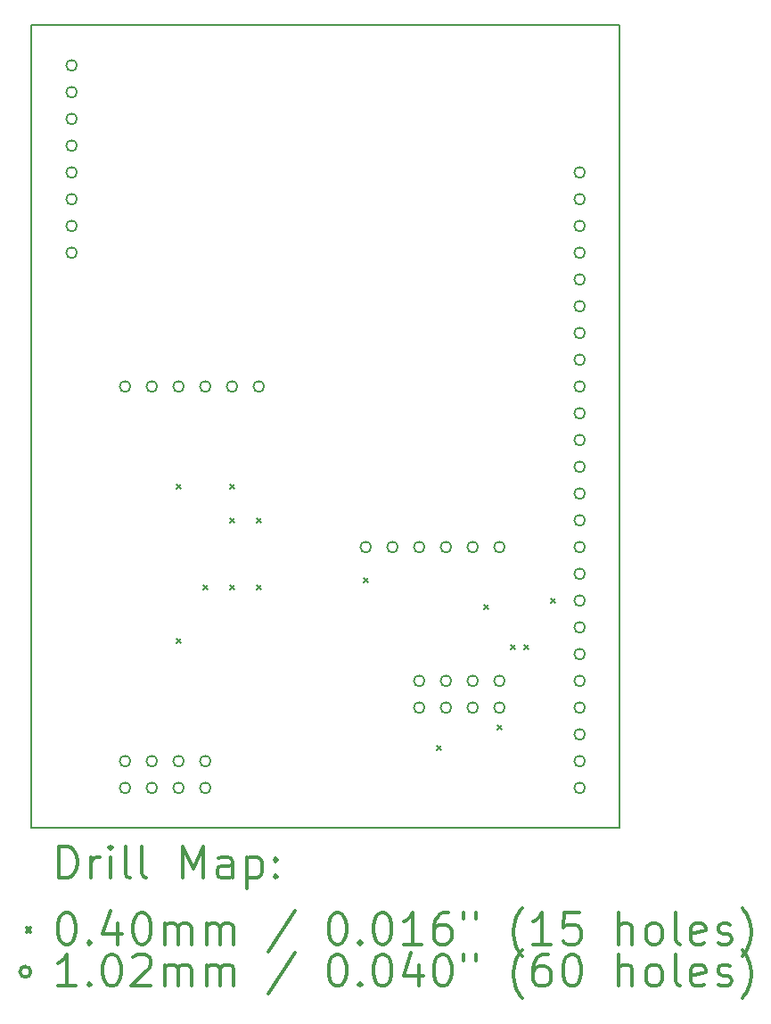
<source format=gbr>
%FSLAX45Y45*%
G04 Gerber Fmt 4.5, Leading zero omitted, Abs format (unit mm)*
G04 Created by KiCad (PCBNEW 4.0.7) date 12/31/17 13:47:58*
%MOMM*%
%LPD*%
G01*
G04 APERTURE LIST*
%ADD10C,0.127000*%
%ADD11C,0.150000*%
%ADD12C,0.200000*%
%ADD13C,0.300000*%
G04 APERTURE END LIST*
D10*
D11*
X17526000Y-13716000D02*
X17526000Y-13589000D01*
X11938000Y-13716000D02*
X17526000Y-13716000D01*
X11938000Y-13589000D02*
X11938000Y-13716000D01*
X17526000Y-6096000D02*
X11938000Y-6096000D01*
X17526000Y-13589000D02*
X17526000Y-6096000D01*
X11938000Y-6096000D02*
X11938000Y-13589000D01*
D12*
X13315000Y-10457500D02*
X13355000Y-10497500D01*
X13355000Y-10457500D02*
X13315000Y-10497500D01*
X13315000Y-11918000D02*
X13355000Y-11958000D01*
X13355000Y-11918000D02*
X13315000Y-11958000D01*
X13569000Y-11410000D02*
X13609000Y-11450000D01*
X13609000Y-11410000D02*
X13569000Y-11450000D01*
X13823000Y-10457500D02*
X13863000Y-10497500D01*
X13863000Y-10457500D02*
X13823000Y-10497500D01*
X13823000Y-10775000D02*
X13863000Y-10815000D01*
X13863000Y-10775000D02*
X13823000Y-10815000D01*
X13823000Y-11410000D02*
X13863000Y-11450000D01*
X13863000Y-11410000D02*
X13823000Y-11450000D01*
X14077000Y-10775000D02*
X14117000Y-10815000D01*
X14117000Y-10775000D02*
X14077000Y-10815000D01*
X14077000Y-11410000D02*
X14117000Y-11450000D01*
X14117000Y-11410000D02*
X14077000Y-11450000D01*
X15093000Y-11346500D02*
X15133000Y-11386500D01*
X15133000Y-11346500D02*
X15093000Y-11386500D01*
X15791500Y-12934000D02*
X15831500Y-12974000D01*
X15831500Y-12934000D02*
X15791500Y-12974000D01*
X16236000Y-11600500D02*
X16276000Y-11640500D01*
X16276000Y-11600500D02*
X16236000Y-11640500D01*
X16363000Y-12743500D02*
X16403000Y-12783500D01*
X16403000Y-12743500D02*
X16363000Y-12783500D01*
X16490000Y-11981500D02*
X16530000Y-12021500D01*
X16530000Y-11981500D02*
X16490000Y-12021500D01*
X16617000Y-11981500D02*
X16657000Y-12021500D01*
X16657000Y-11981500D02*
X16617000Y-12021500D01*
X16871000Y-11537000D02*
X16911000Y-11577000D01*
X16911000Y-11537000D02*
X16871000Y-11577000D01*
X12370000Y-6477000D02*
G75*
G03X12370000Y-6477000I-51000J0D01*
G01*
X12370000Y-6731000D02*
G75*
G03X12370000Y-6731000I-51000J0D01*
G01*
X12370000Y-6985000D02*
G75*
G03X12370000Y-6985000I-51000J0D01*
G01*
X12370000Y-7239000D02*
G75*
G03X12370000Y-7239000I-51000J0D01*
G01*
X12370000Y-7493000D02*
G75*
G03X12370000Y-7493000I-51000J0D01*
G01*
X12370000Y-7747000D02*
G75*
G03X12370000Y-7747000I-51000J0D01*
G01*
X12370000Y-8001000D02*
G75*
G03X12370000Y-8001000I-51000J0D01*
G01*
X12370000Y-8255000D02*
G75*
G03X12370000Y-8255000I-51000J0D01*
G01*
X12878000Y-9525000D02*
G75*
G03X12878000Y-9525000I-51000J0D01*
G01*
X12878000Y-13081000D02*
G75*
G03X12878000Y-13081000I-51000J0D01*
G01*
X12878000Y-13335000D02*
G75*
G03X12878000Y-13335000I-51000J0D01*
G01*
X13132000Y-9525000D02*
G75*
G03X13132000Y-9525000I-51000J0D01*
G01*
X13132000Y-13081000D02*
G75*
G03X13132000Y-13081000I-51000J0D01*
G01*
X13132000Y-13335000D02*
G75*
G03X13132000Y-13335000I-51000J0D01*
G01*
X13386000Y-9525000D02*
G75*
G03X13386000Y-9525000I-51000J0D01*
G01*
X13386000Y-13081000D02*
G75*
G03X13386000Y-13081000I-51000J0D01*
G01*
X13386000Y-13335000D02*
G75*
G03X13386000Y-13335000I-51000J0D01*
G01*
X13640000Y-9525000D02*
G75*
G03X13640000Y-9525000I-51000J0D01*
G01*
X13640000Y-13081000D02*
G75*
G03X13640000Y-13081000I-51000J0D01*
G01*
X13640000Y-13335000D02*
G75*
G03X13640000Y-13335000I-51000J0D01*
G01*
X13894000Y-9525000D02*
G75*
G03X13894000Y-9525000I-51000J0D01*
G01*
X14148000Y-9525000D02*
G75*
G03X14148000Y-9525000I-51000J0D01*
G01*
X15164000Y-11049000D02*
G75*
G03X15164000Y-11049000I-51000J0D01*
G01*
X15418000Y-11049000D02*
G75*
G03X15418000Y-11049000I-51000J0D01*
G01*
X15672000Y-11049000D02*
G75*
G03X15672000Y-11049000I-51000J0D01*
G01*
X15672000Y-12319000D02*
G75*
G03X15672000Y-12319000I-51000J0D01*
G01*
X15672000Y-12573000D02*
G75*
G03X15672000Y-12573000I-51000J0D01*
G01*
X15926000Y-11049000D02*
G75*
G03X15926000Y-11049000I-51000J0D01*
G01*
X15926000Y-12319000D02*
G75*
G03X15926000Y-12319000I-51000J0D01*
G01*
X15926000Y-12573000D02*
G75*
G03X15926000Y-12573000I-51000J0D01*
G01*
X16180000Y-11049000D02*
G75*
G03X16180000Y-11049000I-51000J0D01*
G01*
X16180000Y-12319000D02*
G75*
G03X16180000Y-12319000I-51000J0D01*
G01*
X16180000Y-12573000D02*
G75*
G03X16180000Y-12573000I-51000J0D01*
G01*
X16434000Y-11049000D02*
G75*
G03X16434000Y-11049000I-51000J0D01*
G01*
X16434000Y-12319000D02*
G75*
G03X16434000Y-12319000I-51000J0D01*
G01*
X16434000Y-12573000D02*
G75*
G03X16434000Y-12573000I-51000J0D01*
G01*
X17196000Y-7493000D02*
G75*
G03X17196000Y-7493000I-51000J0D01*
G01*
X17196000Y-7747000D02*
G75*
G03X17196000Y-7747000I-51000J0D01*
G01*
X17196000Y-8001000D02*
G75*
G03X17196000Y-8001000I-51000J0D01*
G01*
X17196000Y-8255000D02*
G75*
G03X17196000Y-8255000I-51000J0D01*
G01*
X17196000Y-8509000D02*
G75*
G03X17196000Y-8509000I-51000J0D01*
G01*
X17196000Y-8763000D02*
G75*
G03X17196000Y-8763000I-51000J0D01*
G01*
X17196000Y-9017000D02*
G75*
G03X17196000Y-9017000I-51000J0D01*
G01*
X17196000Y-9271000D02*
G75*
G03X17196000Y-9271000I-51000J0D01*
G01*
X17196000Y-9525000D02*
G75*
G03X17196000Y-9525000I-51000J0D01*
G01*
X17196000Y-9779000D02*
G75*
G03X17196000Y-9779000I-51000J0D01*
G01*
X17196000Y-10033000D02*
G75*
G03X17196000Y-10033000I-51000J0D01*
G01*
X17196000Y-10287000D02*
G75*
G03X17196000Y-10287000I-51000J0D01*
G01*
X17196000Y-10541000D02*
G75*
G03X17196000Y-10541000I-51000J0D01*
G01*
X17196000Y-10795000D02*
G75*
G03X17196000Y-10795000I-51000J0D01*
G01*
X17196000Y-11049000D02*
G75*
G03X17196000Y-11049000I-51000J0D01*
G01*
X17196000Y-11303000D02*
G75*
G03X17196000Y-11303000I-51000J0D01*
G01*
X17196000Y-11557000D02*
G75*
G03X17196000Y-11557000I-51000J0D01*
G01*
X17196000Y-11811000D02*
G75*
G03X17196000Y-11811000I-51000J0D01*
G01*
X17196000Y-12065000D02*
G75*
G03X17196000Y-12065000I-51000J0D01*
G01*
X17196000Y-12319000D02*
G75*
G03X17196000Y-12319000I-51000J0D01*
G01*
X17196000Y-12573000D02*
G75*
G03X17196000Y-12573000I-51000J0D01*
G01*
X17196000Y-12827000D02*
G75*
G03X17196000Y-12827000I-51000J0D01*
G01*
X17196000Y-13081000D02*
G75*
G03X17196000Y-13081000I-51000J0D01*
G01*
X17196000Y-13335000D02*
G75*
G03X17196000Y-13335000I-51000J0D01*
G01*
D13*
X12201928Y-14189214D02*
X12201928Y-13889214D01*
X12273357Y-13889214D01*
X12316214Y-13903500D01*
X12344786Y-13932071D01*
X12359071Y-13960643D01*
X12373357Y-14017786D01*
X12373357Y-14060643D01*
X12359071Y-14117786D01*
X12344786Y-14146357D01*
X12316214Y-14174929D01*
X12273357Y-14189214D01*
X12201928Y-14189214D01*
X12501928Y-14189214D02*
X12501928Y-13989214D01*
X12501928Y-14046357D02*
X12516214Y-14017786D01*
X12530500Y-14003500D01*
X12559071Y-13989214D01*
X12587643Y-13989214D01*
X12687643Y-14189214D02*
X12687643Y-13989214D01*
X12687643Y-13889214D02*
X12673357Y-13903500D01*
X12687643Y-13917786D01*
X12701928Y-13903500D01*
X12687643Y-13889214D01*
X12687643Y-13917786D01*
X12873357Y-14189214D02*
X12844786Y-14174929D01*
X12830500Y-14146357D01*
X12830500Y-13889214D01*
X13030500Y-14189214D02*
X13001928Y-14174929D01*
X12987643Y-14146357D01*
X12987643Y-13889214D01*
X13373357Y-14189214D02*
X13373357Y-13889214D01*
X13473357Y-14103500D01*
X13573357Y-13889214D01*
X13573357Y-14189214D01*
X13844786Y-14189214D02*
X13844786Y-14032071D01*
X13830500Y-14003500D01*
X13801928Y-13989214D01*
X13744786Y-13989214D01*
X13716214Y-14003500D01*
X13844786Y-14174929D02*
X13816214Y-14189214D01*
X13744786Y-14189214D01*
X13716214Y-14174929D01*
X13701928Y-14146357D01*
X13701928Y-14117786D01*
X13716214Y-14089214D01*
X13744786Y-14074929D01*
X13816214Y-14074929D01*
X13844786Y-14060643D01*
X13987643Y-13989214D02*
X13987643Y-14289214D01*
X13987643Y-14003500D02*
X14016214Y-13989214D01*
X14073357Y-13989214D01*
X14101928Y-14003500D01*
X14116214Y-14017786D01*
X14130500Y-14046357D01*
X14130500Y-14132071D01*
X14116214Y-14160643D01*
X14101928Y-14174929D01*
X14073357Y-14189214D01*
X14016214Y-14189214D01*
X13987643Y-14174929D01*
X14259071Y-14160643D02*
X14273357Y-14174929D01*
X14259071Y-14189214D01*
X14244786Y-14174929D01*
X14259071Y-14160643D01*
X14259071Y-14189214D01*
X14259071Y-14003500D02*
X14273357Y-14017786D01*
X14259071Y-14032071D01*
X14244786Y-14017786D01*
X14259071Y-14003500D01*
X14259071Y-14032071D01*
X11890500Y-14663500D02*
X11930500Y-14703500D01*
X11930500Y-14663500D02*
X11890500Y-14703500D01*
X12259071Y-14519214D02*
X12287643Y-14519214D01*
X12316214Y-14533500D01*
X12330500Y-14547786D01*
X12344786Y-14576357D01*
X12359071Y-14633500D01*
X12359071Y-14704929D01*
X12344786Y-14762071D01*
X12330500Y-14790643D01*
X12316214Y-14804929D01*
X12287643Y-14819214D01*
X12259071Y-14819214D01*
X12230500Y-14804929D01*
X12216214Y-14790643D01*
X12201928Y-14762071D01*
X12187643Y-14704929D01*
X12187643Y-14633500D01*
X12201928Y-14576357D01*
X12216214Y-14547786D01*
X12230500Y-14533500D01*
X12259071Y-14519214D01*
X12487643Y-14790643D02*
X12501928Y-14804929D01*
X12487643Y-14819214D01*
X12473357Y-14804929D01*
X12487643Y-14790643D01*
X12487643Y-14819214D01*
X12759071Y-14619214D02*
X12759071Y-14819214D01*
X12687643Y-14504929D02*
X12616214Y-14719214D01*
X12801928Y-14719214D01*
X12973357Y-14519214D02*
X13001928Y-14519214D01*
X13030500Y-14533500D01*
X13044786Y-14547786D01*
X13059071Y-14576357D01*
X13073357Y-14633500D01*
X13073357Y-14704929D01*
X13059071Y-14762071D01*
X13044786Y-14790643D01*
X13030500Y-14804929D01*
X13001928Y-14819214D01*
X12973357Y-14819214D01*
X12944786Y-14804929D01*
X12930500Y-14790643D01*
X12916214Y-14762071D01*
X12901928Y-14704929D01*
X12901928Y-14633500D01*
X12916214Y-14576357D01*
X12930500Y-14547786D01*
X12944786Y-14533500D01*
X12973357Y-14519214D01*
X13201928Y-14819214D02*
X13201928Y-14619214D01*
X13201928Y-14647786D02*
X13216214Y-14633500D01*
X13244786Y-14619214D01*
X13287643Y-14619214D01*
X13316214Y-14633500D01*
X13330500Y-14662071D01*
X13330500Y-14819214D01*
X13330500Y-14662071D02*
X13344786Y-14633500D01*
X13373357Y-14619214D01*
X13416214Y-14619214D01*
X13444786Y-14633500D01*
X13459071Y-14662071D01*
X13459071Y-14819214D01*
X13601928Y-14819214D02*
X13601928Y-14619214D01*
X13601928Y-14647786D02*
X13616214Y-14633500D01*
X13644786Y-14619214D01*
X13687643Y-14619214D01*
X13716214Y-14633500D01*
X13730500Y-14662071D01*
X13730500Y-14819214D01*
X13730500Y-14662071D02*
X13744786Y-14633500D01*
X13773357Y-14619214D01*
X13816214Y-14619214D01*
X13844786Y-14633500D01*
X13859071Y-14662071D01*
X13859071Y-14819214D01*
X14444786Y-14504929D02*
X14187643Y-14890643D01*
X14830500Y-14519214D02*
X14859071Y-14519214D01*
X14887643Y-14533500D01*
X14901928Y-14547786D01*
X14916214Y-14576357D01*
X14930500Y-14633500D01*
X14930500Y-14704929D01*
X14916214Y-14762071D01*
X14901928Y-14790643D01*
X14887643Y-14804929D01*
X14859071Y-14819214D01*
X14830500Y-14819214D01*
X14801928Y-14804929D01*
X14787643Y-14790643D01*
X14773357Y-14762071D01*
X14759071Y-14704929D01*
X14759071Y-14633500D01*
X14773357Y-14576357D01*
X14787643Y-14547786D01*
X14801928Y-14533500D01*
X14830500Y-14519214D01*
X15059071Y-14790643D02*
X15073357Y-14804929D01*
X15059071Y-14819214D01*
X15044786Y-14804929D01*
X15059071Y-14790643D01*
X15059071Y-14819214D01*
X15259071Y-14519214D02*
X15287643Y-14519214D01*
X15316214Y-14533500D01*
X15330500Y-14547786D01*
X15344785Y-14576357D01*
X15359071Y-14633500D01*
X15359071Y-14704929D01*
X15344785Y-14762071D01*
X15330500Y-14790643D01*
X15316214Y-14804929D01*
X15287643Y-14819214D01*
X15259071Y-14819214D01*
X15230500Y-14804929D01*
X15216214Y-14790643D01*
X15201928Y-14762071D01*
X15187643Y-14704929D01*
X15187643Y-14633500D01*
X15201928Y-14576357D01*
X15216214Y-14547786D01*
X15230500Y-14533500D01*
X15259071Y-14519214D01*
X15644785Y-14819214D02*
X15473357Y-14819214D01*
X15559071Y-14819214D02*
X15559071Y-14519214D01*
X15530500Y-14562071D01*
X15501928Y-14590643D01*
X15473357Y-14604929D01*
X15901928Y-14519214D02*
X15844785Y-14519214D01*
X15816214Y-14533500D01*
X15801928Y-14547786D01*
X15773357Y-14590643D01*
X15759071Y-14647786D01*
X15759071Y-14762071D01*
X15773357Y-14790643D01*
X15787643Y-14804929D01*
X15816214Y-14819214D01*
X15873357Y-14819214D01*
X15901928Y-14804929D01*
X15916214Y-14790643D01*
X15930500Y-14762071D01*
X15930500Y-14690643D01*
X15916214Y-14662071D01*
X15901928Y-14647786D01*
X15873357Y-14633500D01*
X15816214Y-14633500D01*
X15787643Y-14647786D01*
X15773357Y-14662071D01*
X15759071Y-14690643D01*
X16044786Y-14519214D02*
X16044786Y-14576357D01*
X16159071Y-14519214D02*
X16159071Y-14576357D01*
X16601928Y-14933500D02*
X16587643Y-14919214D01*
X16559071Y-14876357D01*
X16544785Y-14847786D01*
X16530500Y-14804929D01*
X16516214Y-14733500D01*
X16516214Y-14676357D01*
X16530500Y-14604929D01*
X16544785Y-14562071D01*
X16559071Y-14533500D01*
X16587643Y-14490643D01*
X16601928Y-14476357D01*
X16873357Y-14819214D02*
X16701928Y-14819214D01*
X16787643Y-14819214D02*
X16787643Y-14519214D01*
X16759071Y-14562071D01*
X16730500Y-14590643D01*
X16701928Y-14604929D01*
X17144786Y-14519214D02*
X17001928Y-14519214D01*
X16987643Y-14662071D01*
X17001928Y-14647786D01*
X17030500Y-14633500D01*
X17101928Y-14633500D01*
X17130500Y-14647786D01*
X17144786Y-14662071D01*
X17159071Y-14690643D01*
X17159071Y-14762071D01*
X17144786Y-14790643D01*
X17130500Y-14804929D01*
X17101928Y-14819214D01*
X17030500Y-14819214D01*
X17001928Y-14804929D01*
X16987643Y-14790643D01*
X17516214Y-14819214D02*
X17516214Y-14519214D01*
X17644786Y-14819214D02*
X17644786Y-14662071D01*
X17630500Y-14633500D01*
X17601928Y-14619214D01*
X17559071Y-14619214D01*
X17530500Y-14633500D01*
X17516214Y-14647786D01*
X17830500Y-14819214D02*
X17801928Y-14804929D01*
X17787643Y-14790643D01*
X17773357Y-14762071D01*
X17773357Y-14676357D01*
X17787643Y-14647786D01*
X17801928Y-14633500D01*
X17830500Y-14619214D01*
X17873357Y-14619214D01*
X17901928Y-14633500D01*
X17916214Y-14647786D01*
X17930500Y-14676357D01*
X17930500Y-14762071D01*
X17916214Y-14790643D01*
X17901928Y-14804929D01*
X17873357Y-14819214D01*
X17830500Y-14819214D01*
X18101928Y-14819214D02*
X18073357Y-14804929D01*
X18059071Y-14776357D01*
X18059071Y-14519214D01*
X18330500Y-14804929D02*
X18301929Y-14819214D01*
X18244786Y-14819214D01*
X18216214Y-14804929D01*
X18201929Y-14776357D01*
X18201929Y-14662071D01*
X18216214Y-14633500D01*
X18244786Y-14619214D01*
X18301929Y-14619214D01*
X18330500Y-14633500D01*
X18344786Y-14662071D01*
X18344786Y-14690643D01*
X18201929Y-14719214D01*
X18459071Y-14804929D02*
X18487643Y-14819214D01*
X18544786Y-14819214D01*
X18573357Y-14804929D01*
X18587643Y-14776357D01*
X18587643Y-14762071D01*
X18573357Y-14733500D01*
X18544786Y-14719214D01*
X18501929Y-14719214D01*
X18473357Y-14704929D01*
X18459071Y-14676357D01*
X18459071Y-14662071D01*
X18473357Y-14633500D01*
X18501929Y-14619214D01*
X18544786Y-14619214D01*
X18573357Y-14633500D01*
X18687643Y-14933500D02*
X18701929Y-14919214D01*
X18730500Y-14876357D01*
X18744786Y-14847786D01*
X18759071Y-14804929D01*
X18773357Y-14733500D01*
X18773357Y-14676357D01*
X18759071Y-14604929D01*
X18744786Y-14562071D01*
X18730500Y-14533500D01*
X18701929Y-14490643D01*
X18687643Y-14476357D01*
X11930500Y-15079500D02*
G75*
G03X11930500Y-15079500I-51000J0D01*
G01*
X12359071Y-15215214D02*
X12187643Y-15215214D01*
X12273357Y-15215214D02*
X12273357Y-14915214D01*
X12244786Y-14958071D01*
X12216214Y-14986643D01*
X12187643Y-15000929D01*
X12487643Y-15186643D02*
X12501928Y-15200929D01*
X12487643Y-15215214D01*
X12473357Y-15200929D01*
X12487643Y-15186643D01*
X12487643Y-15215214D01*
X12687643Y-14915214D02*
X12716214Y-14915214D01*
X12744786Y-14929500D01*
X12759071Y-14943786D01*
X12773357Y-14972357D01*
X12787643Y-15029500D01*
X12787643Y-15100929D01*
X12773357Y-15158071D01*
X12759071Y-15186643D01*
X12744786Y-15200929D01*
X12716214Y-15215214D01*
X12687643Y-15215214D01*
X12659071Y-15200929D01*
X12644786Y-15186643D01*
X12630500Y-15158071D01*
X12616214Y-15100929D01*
X12616214Y-15029500D01*
X12630500Y-14972357D01*
X12644786Y-14943786D01*
X12659071Y-14929500D01*
X12687643Y-14915214D01*
X12901928Y-14943786D02*
X12916214Y-14929500D01*
X12944786Y-14915214D01*
X13016214Y-14915214D01*
X13044786Y-14929500D01*
X13059071Y-14943786D01*
X13073357Y-14972357D01*
X13073357Y-15000929D01*
X13059071Y-15043786D01*
X12887643Y-15215214D01*
X13073357Y-15215214D01*
X13201928Y-15215214D02*
X13201928Y-15015214D01*
X13201928Y-15043786D02*
X13216214Y-15029500D01*
X13244786Y-15015214D01*
X13287643Y-15015214D01*
X13316214Y-15029500D01*
X13330500Y-15058071D01*
X13330500Y-15215214D01*
X13330500Y-15058071D02*
X13344786Y-15029500D01*
X13373357Y-15015214D01*
X13416214Y-15015214D01*
X13444786Y-15029500D01*
X13459071Y-15058071D01*
X13459071Y-15215214D01*
X13601928Y-15215214D02*
X13601928Y-15015214D01*
X13601928Y-15043786D02*
X13616214Y-15029500D01*
X13644786Y-15015214D01*
X13687643Y-15015214D01*
X13716214Y-15029500D01*
X13730500Y-15058071D01*
X13730500Y-15215214D01*
X13730500Y-15058071D02*
X13744786Y-15029500D01*
X13773357Y-15015214D01*
X13816214Y-15015214D01*
X13844786Y-15029500D01*
X13859071Y-15058071D01*
X13859071Y-15215214D01*
X14444786Y-14900929D02*
X14187643Y-15286643D01*
X14830500Y-14915214D02*
X14859071Y-14915214D01*
X14887643Y-14929500D01*
X14901928Y-14943786D01*
X14916214Y-14972357D01*
X14930500Y-15029500D01*
X14930500Y-15100929D01*
X14916214Y-15158071D01*
X14901928Y-15186643D01*
X14887643Y-15200929D01*
X14859071Y-15215214D01*
X14830500Y-15215214D01*
X14801928Y-15200929D01*
X14787643Y-15186643D01*
X14773357Y-15158071D01*
X14759071Y-15100929D01*
X14759071Y-15029500D01*
X14773357Y-14972357D01*
X14787643Y-14943786D01*
X14801928Y-14929500D01*
X14830500Y-14915214D01*
X15059071Y-15186643D02*
X15073357Y-15200929D01*
X15059071Y-15215214D01*
X15044786Y-15200929D01*
X15059071Y-15186643D01*
X15059071Y-15215214D01*
X15259071Y-14915214D02*
X15287643Y-14915214D01*
X15316214Y-14929500D01*
X15330500Y-14943786D01*
X15344785Y-14972357D01*
X15359071Y-15029500D01*
X15359071Y-15100929D01*
X15344785Y-15158071D01*
X15330500Y-15186643D01*
X15316214Y-15200929D01*
X15287643Y-15215214D01*
X15259071Y-15215214D01*
X15230500Y-15200929D01*
X15216214Y-15186643D01*
X15201928Y-15158071D01*
X15187643Y-15100929D01*
X15187643Y-15029500D01*
X15201928Y-14972357D01*
X15216214Y-14943786D01*
X15230500Y-14929500D01*
X15259071Y-14915214D01*
X15616214Y-15015214D02*
X15616214Y-15215214D01*
X15544785Y-14900929D02*
X15473357Y-15115214D01*
X15659071Y-15115214D01*
X15830500Y-14915214D02*
X15859071Y-14915214D01*
X15887643Y-14929500D01*
X15901928Y-14943786D01*
X15916214Y-14972357D01*
X15930500Y-15029500D01*
X15930500Y-15100929D01*
X15916214Y-15158071D01*
X15901928Y-15186643D01*
X15887643Y-15200929D01*
X15859071Y-15215214D01*
X15830500Y-15215214D01*
X15801928Y-15200929D01*
X15787643Y-15186643D01*
X15773357Y-15158071D01*
X15759071Y-15100929D01*
X15759071Y-15029500D01*
X15773357Y-14972357D01*
X15787643Y-14943786D01*
X15801928Y-14929500D01*
X15830500Y-14915214D01*
X16044786Y-14915214D02*
X16044786Y-14972357D01*
X16159071Y-14915214D02*
X16159071Y-14972357D01*
X16601928Y-15329500D02*
X16587643Y-15315214D01*
X16559071Y-15272357D01*
X16544785Y-15243786D01*
X16530500Y-15200929D01*
X16516214Y-15129500D01*
X16516214Y-15072357D01*
X16530500Y-15000929D01*
X16544785Y-14958071D01*
X16559071Y-14929500D01*
X16587643Y-14886643D01*
X16601928Y-14872357D01*
X16844786Y-14915214D02*
X16787643Y-14915214D01*
X16759071Y-14929500D01*
X16744785Y-14943786D01*
X16716214Y-14986643D01*
X16701928Y-15043786D01*
X16701928Y-15158071D01*
X16716214Y-15186643D01*
X16730500Y-15200929D01*
X16759071Y-15215214D01*
X16816214Y-15215214D01*
X16844786Y-15200929D01*
X16859071Y-15186643D01*
X16873357Y-15158071D01*
X16873357Y-15086643D01*
X16859071Y-15058071D01*
X16844786Y-15043786D01*
X16816214Y-15029500D01*
X16759071Y-15029500D01*
X16730500Y-15043786D01*
X16716214Y-15058071D01*
X16701928Y-15086643D01*
X17059071Y-14915214D02*
X17087643Y-14915214D01*
X17116214Y-14929500D01*
X17130500Y-14943786D01*
X17144786Y-14972357D01*
X17159071Y-15029500D01*
X17159071Y-15100929D01*
X17144786Y-15158071D01*
X17130500Y-15186643D01*
X17116214Y-15200929D01*
X17087643Y-15215214D01*
X17059071Y-15215214D01*
X17030500Y-15200929D01*
X17016214Y-15186643D01*
X17001928Y-15158071D01*
X16987643Y-15100929D01*
X16987643Y-15029500D01*
X17001928Y-14972357D01*
X17016214Y-14943786D01*
X17030500Y-14929500D01*
X17059071Y-14915214D01*
X17516214Y-15215214D02*
X17516214Y-14915214D01*
X17644786Y-15215214D02*
X17644786Y-15058071D01*
X17630500Y-15029500D01*
X17601928Y-15015214D01*
X17559071Y-15015214D01*
X17530500Y-15029500D01*
X17516214Y-15043786D01*
X17830500Y-15215214D02*
X17801928Y-15200929D01*
X17787643Y-15186643D01*
X17773357Y-15158071D01*
X17773357Y-15072357D01*
X17787643Y-15043786D01*
X17801928Y-15029500D01*
X17830500Y-15015214D01*
X17873357Y-15015214D01*
X17901928Y-15029500D01*
X17916214Y-15043786D01*
X17930500Y-15072357D01*
X17930500Y-15158071D01*
X17916214Y-15186643D01*
X17901928Y-15200929D01*
X17873357Y-15215214D01*
X17830500Y-15215214D01*
X18101928Y-15215214D02*
X18073357Y-15200929D01*
X18059071Y-15172357D01*
X18059071Y-14915214D01*
X18330500Y-15200929D02*
X18301929Y-15215214D01*
X18244786Y-15215214D01*
X18216214Y-15200929D01*
X18201929Y-15172357D01*
X18201929Y-15058071D01*
X18216214Y-15029500D01*
X18244786Y-15015214D01*
X18301929Y-15015214D01*
X18330500Y-15029500D01*
X18344786Y-15058071D01*
X18344786Y-15086643D01*
X18201929Y-15115214D01*
X18459071Y-15200929D02*
X18487643Y-15215214D01*
X18544786Y-15215214D01*
X18573357Y-15200929D01*
X18587643Y-15172357D01*
X18587643Y-15158071D01*
X18573357Y-15129500D01*
X18544786Y-15115214D01*
X18501929Y-15115214D01*
X18473357Y-15100929D01*
X18459071Y-15072357D01*
X18459071Y-15058071D01*
X18473357Y-15029500D01*
X18501929Y-15015214D01*
X18544786Y-15015214D01*
X18573357Y-15029500D01*
X18687643Y-15329500D02*
X18701929Y-15315214D01*
X18730500Y-15272357D01*
X18744786Y-15243786D01*
X18759071Y-15200929D01*
X18773357Y-15129500D01*
X18773357Y-15072357D01*
X18759071Y-15000929D01*
X18744786Y-14958071D01*
X18730500Y-14929500D01*
X18701929Y-14886643D01*
X18687643Y-14872357D01*
M02*

</source>
